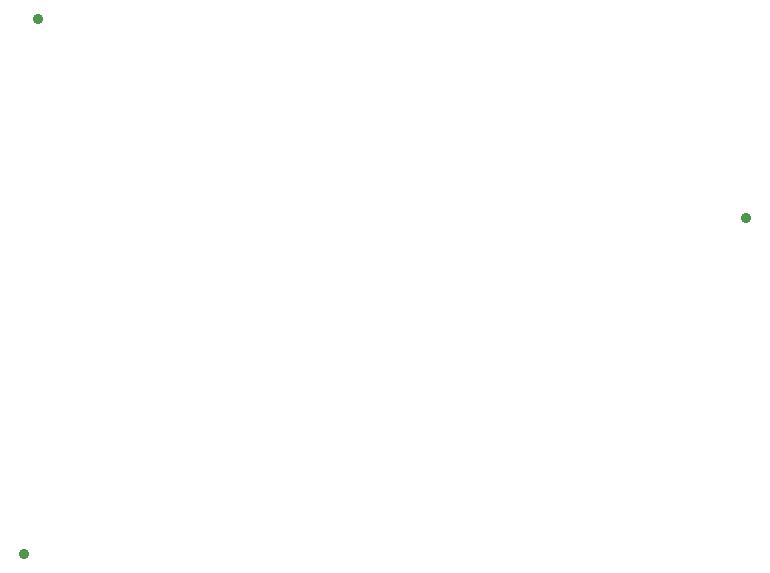
<source format=gbs>
G04*
G04 #@! TF.GenerationSoftware,Altium Limited,Altium Designer,22.11.1 (43)*
G04*
G04 Layer_Color=16711935*
%FSLAX44Y44*%
%MOMM*%
G71*
G04*
G04 #@! TF.SameCoordinates,63F1A2F7-16B8-44B3-AA34-CB54DD539490*
G04*
G04*
G04 #@! TF.FilePolarity,Negative*
G04*
G01*
G75*
%ADD72C,0.9032*%
D72*
X499691Y855653D02*
D03*
X487426Y402336D02*
D03*
X1099330Y687052D02*
D03*
M02*

</source>
